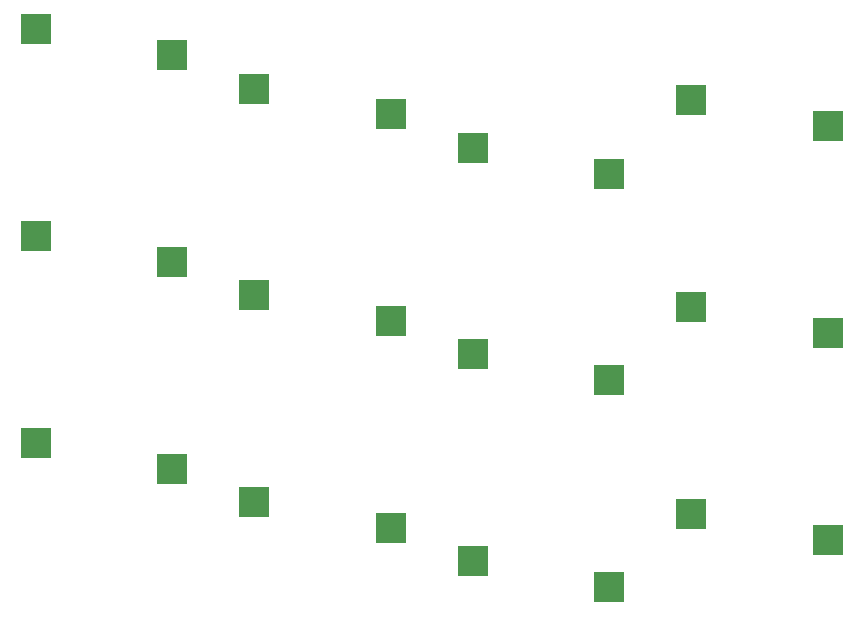
<source format=gbr>
G04 #@! TF.GenerationSoftware,KiCad,Pcbnew,(5.1.4)-1*
G04 #@! TF.CreationDate,2023-01-08T18:52:39-05:00*
G04 #@! TF.ProjectId,ThumbsUp,5468756d-6273-4557-902e-6b696361645f,rev?*
G04 #@! TF.SameCoordinates,Original*
G04 #@! TF.FileFunction,Paste,Bot*
G04 #@! TF.FilePolarity,Positive*
%FSLAX46Y46*%
G04 Gerber Fmt 4.6, Leading zero omitted, Abs format (unit mm)*
G04 Created by KiCad (PCBNEW (5.1.4)-1) date 2023-01-08 18:52:39*
%MOMM*%
%LPD*%
G04 APERTURE LIST*
%ADD10R,2.600000X2.600000*%
G04 APERTURE END LIST*
D10*
X220187025Y-548860322D03*
X208637025Y-546660322D03*
X201687025Y-561360322D03*
X190137025Y-559160322D03*
X238687025Y-536360322D03*
X227137025Y-534160322D03*
X201687025Y-526360322D03*
X190137025Y-524160322D03*
X238687025Y-571360323D03*
X227137025Y-569160323D03*
X201687025Y-543860323D03*
X190137025Y-541660323D03*
X220187025Y-531360323D03*
X208637025Y-529160323D03*
X220187025Y-566360322D03*
X208637025Y-564160322D03*
X238687026Y-553860322D03*
X227137026Y-551660322D03*
X257187025Y-567360322D03*
X245637025Y-565160322D03*
X257187025Y-532360322D03*
X245637025Y-530160322D03*
X257187024Y-549860322D03*
X245637024Y-547660322D03*
M02*

</source>
